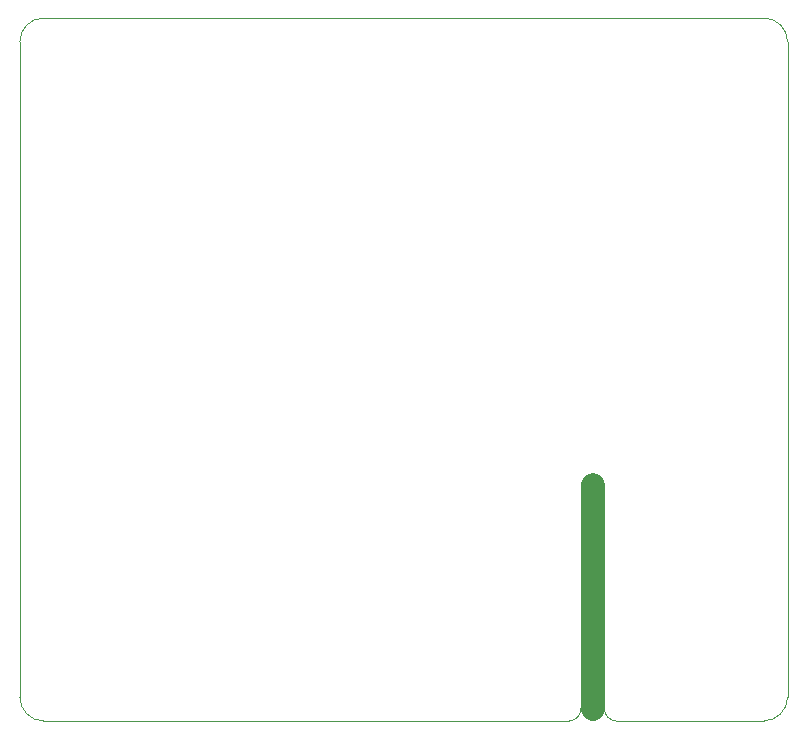
<source format=gm1>
G04 #@! TF.FileFunction,Profile,NP*
%FSLAX45Y45*%
G04 Gerber Fmt 4.5, Leading zero omitted, Abs format (unit mm)*
G04 Created by KiCad (PCBNEW 4.0.7-e2-6376~58~ubuntu17.04.1) date Thu Feb 22 21:40:24 2018*
%MOMM*%
%LPD*%
G01*
G04 APERTURE LIST*
%ADD10C,0.100000*%
%ADD11C,2.000000*%
G04 APERTURE END LIST*
D10*
X12450000Y-11550000D02*
G75*
G03X12550000Y-11650000I100000J0D01*
G01*
X12450000Y-11550000D02*
G75*
G03X12350000Y-11450000I-100000J0D01*
G01*
X12350000Y-11450000D02*
G75*
G03X12250000Y-11550000I0J-100000D01*
G01*
X12150000Y-11650000D02*
G75*
G03X12250000Y-11550000I0J100000D01*
G01*
X12150000Y-11650000D02*
X7700000Y-11650000D01*
D11*
X12350000Y-9650000D02*
X12350000Y-11550000D01*
D10*
X14000000Y-5900000D02*
G75*
G03X13800000Y-5700000I-200000J0D01*
G01*
X13800000Y-11650000D02*
G75*
G03X14000000Y-11450000I0J200000D01*
G01*
X7500000Y-11450000D02*
G75*
G03X7700000Y-11650000I200000J0D01*
G01*
X7700000Y-5700000D02*
G75*
G03X7500000Y-5900000I0J-200000D01*
G01*
X7500000Y-11450000D02*
X7500000Y-5900000D01*
X13800000Y-11650000D02*
X12550000Y-11650000D01*
X14000000Y-5900000D02*
X14000000Y-11450000D01*
X7700000Y-5700000D02*
X13800000Y-5700000D01*
M02*

</source>
